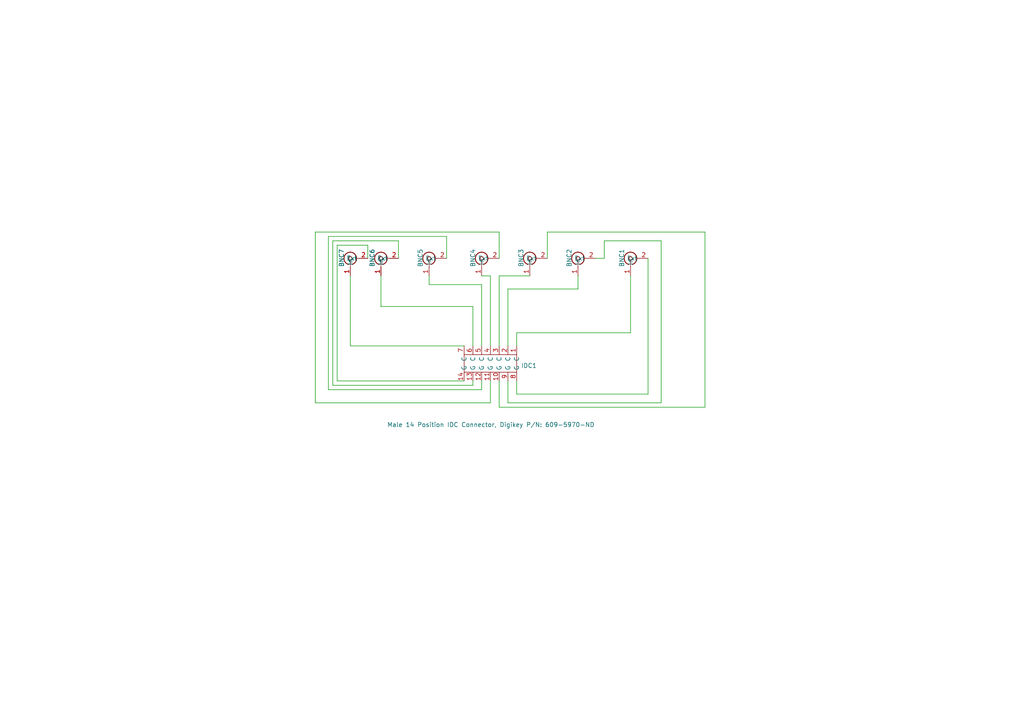
<source format=kicad_sch>
(kicad_sch (version 20250114) (generator "eeschema") (generator_version "9.0")
  (paper "A4")
  (lib_symbols
    (symbol "General_BNC_PCB_BOARD2_Schematic_Library:14_Position_Male_IDC"
      (property "Reference" "IDC" (at 6.35 -2.794 0))
      (property "Value" "Male 14 Position IDC Connector, Digikey P/N: 609-5970-ND" (at -1.524 -17.78 0))
      (symbol "14_Position_Male_IDC_0_1"
        (rectangle (start 0 0) (end 15.24 -5.08))
      )
      (symbol "14_Position_Male_IDC_1_1"
        (pin passive line (at 0 2.54 270) (length 2.54) (name "C") (number "1"))
        (pin passive line (at 0 -7.62 90) (length 2.54) (name "G") (number "8"))
        (pin passive line (at 2.54 2.54 270) (length 2.54) (name "C") (number "2"))
        (pin passive line (at 2.54 -7.62 90) (length 2.54) (name "G") (number "9"))
        (pin passive line (at 5.08 2.54 270) (length 2.54) (name "C") (number "3"))
        (pin passive line (at 5.08 -7.62 90) (length 2.54) (name "G") (number "10"))
        (pin passive line (at 7.62 2.54 270) (length 2.54) (name "C") (number "4"))
        (pin passive line (at 7.62 -7.62 90) (length 2.54) (name "G") (number "11"))
        (pin passive line (at 10.16 2.54 270) (length 2.54) (name "C") (number "5"))
        (pin passive line (at 10.16 -7.62 90) (length 2.54) (name "G") (number "12"))
        (pin passive line (at 12.7 2.54 270) (length 2.54) (name "C") (number "6"))
        (pin passive line (at 12.7 -7.62 90) (length 2.54) (name "G") (number "13"))
        (pin passive line (at 15.24 2.54 270) (length 2.54) (name "C") (number "7"))
        (pin passive line (at 15.24 -7.62 90) (length 2.54) (name "G") (number "14"))
      )
    )
    (symbol "General_BNC_PCB_BOARD2_Schematic_Library:Right_Angle_Single_Level_BNC"
      (property "Reference" "BNC" (at 0 0 0))
      (symbol "Right_Angle_Single_Level_BNC_0_1"
        (polyline (pts (xy 2.54 0) (xy 4.572 0)))
        (arc (start 3.302 0.508) (mid 5.302 1.8083) (end 6.858 0) (stroke (width 0.254)))
        (arc (start 6.858 0) (mid 5.302 -1.808) (end 3.302 -0.508) (stroke (width 0.254)))
        (circle (center 5.08 0) (radius 0.508) (stroke (width 0.2032)))
        (polyline (pts (xy 5.08 -2.54) (xy 5.08 -1.778)))
      )
      (symbol "Right_Angle_Single_Level_BNC_1_1"
        (pin passive line (at 0 0 0) (length 2.54) (name "In") (number "1"))
        (pin passive line (at 5.08 -5.08 90) (length 2.54) (name "Ext") (number "2"))
      )
    )
  )
  (wire (pts (xy 204.47 67.31) (xy 204.47 118.11)))
  (wire (pts (xy 124.46 80.01) (xy 124.46 82.55)))
  (wire (pts (xy 139.7 82.55) (xy 139.7 100.33)))
  (wire (pts (xy 175.26 74.93) (xy 175.26 69.85)))
  (wire (pts (xy 137.16 100.33) (xy 137.16 88.9)))
  (wire (pts (xy 147.32 110.49) (xy 147.32 116.84)))
  (wire (pts (xy 95.25 113.03) (xy 95.25 68.58)))
  (wire (pts (xy 191.77 69.85) (xy 191.77 116.84)))
  (wire (pts (xy 137.16 111.76) (xy 137.16 110.49)))
  (wire (pts (xy 149.86 110.49) (xy 149.86 114.3)))
  (wire (pts (xy 149.86 96.52) (xy 182.88 96.52)))
  (wire (pts (xy 96.52 111.76) (xy 137.16 111.76)))
  (wire (pts (xy 110.49 80.01) (xy 110.49 88.9)))
  (wire (pts (xy 153.67 80.01) (xy 144.78 80.01)))
  (wire (pts (xy 175.26 69.85) (xy 191.77 69.85)))
  (wire (pts (xy 124.46 82.55) (xy 139.7 82.55)))
  (wire (pts (xy 182.88 80.01) (xy 182.88 96.52)))
  (wire (pts (xy 167.64 80.01) (xy 167.64 83.82)))
  (wire (pts (xy 144.78 110.49) (xy 144.78 118.11)))
  (wire (pts (xy 191.77 116.84) (xy 147.32 116.84)))
  (wire (pts (xy 106.68 74.93) (xy 106.68 71.12)))
  (wire (pts (xy 187.96 114.3) (xy 149.86 114.3)))
  (wire (pts (xy 97.79 110.49) (xy 134.62 110.49)))
  (wire (pts (xy 142.24 110.49) (xy 142.24 116.84)))
  (wire (pts (xy 96.52 69.85) (xy 96.52 111.76)))
  (wire (pts (xy 149.86 96.52) (xy 149.86 100.33)))
  (wire (pts (xy 139.7 80.01) (xy 142.24 80.01)))
  (wire (pts (xy 144.78 67.31) (xy 91.44 67.31)))
  (wire (pts (xy 91.44 116.84) (xy 142.24 116.84)))
  (wire (pts (xy 147.32 83.82) (xy 147.32 100.33)))
  (wire (pts (xy 158.75 67.31) (xy 204.47 67.31)))
  (wire (pts (xy 115.57 74.93) (xy 115.57 69.85)))
  (wire (pts (xy 101.6 80.01) (xy 101.6 100.33)))
  (wire (pts (xy 144.78 80.01) (xy 144.78 100.33)))
  (wire (pts (xy 97.79 71.12) (xy 97.79 110.49)))
  (wire (pts (xy 95.25 68.58) (xy 129.54 68.58)))
  (wire (pts (xy 139.7 113.03) (xy 95.25 113.03)))
  (wire (pts (xy 101.6 100.33) (xy 134.62 100.33)))
  (wire (pts (xy 144.78 74.93) (xy 144.78 67.31)))
  (wire (pts (xy 106.68 71.12) (xy 97.79 71.12)))
  (wire (pts (xy 139.7 110.49) (xy 139.7 113.03)))
  (wire (pts (xy 137.16 88.9) (xy 110.49 88.9)))
  (wire (pts (xy 187.96 74.93) (xy 187.96 114.3)))
  (wire (pts (xy 144.78 118.11) (xy 204.47 118.11)))
  (wire (pts (xy 147.32 83.82) (xy 167.64 83.82)))
  (wire (pts (xy 172.72 74.93) (xy 175.26 74.93)))
  (wire (pts (xy 91.44 67.31) (xy 91.44 116.84)))
  (wire (pts (xy 158.75 74.93) (xy 158.75 67.31)))
  (wire (pts (xy 142.24 80.01) (xy 142.24 100.33)))
  (wire (pts (xy 115.57 69.85) (xy 96.52 69.85)))
  (wire (pts (xy 129.54 68.58) (xy 129.54 74.93)))
  (symbol (lib_id "General_BNC_PCB_BOARD2_Schematic_Library:Right_Angle_Single_Level_BNC") (at 167.64 80.01 90) (unit 1)
    (property "Reference" "BNC2" (at 165.1 77.47 0) (effects (justify left)))
    (property "Value" "Coaxial Connectors RA, Digikey P/N: WM5514-ND" (effects (hide yes)))
    (property "Footprint" "All_Footprints:BNC new" (effects (hide yes)))
    (property "Datasheet" "https://tools.molex.com/pdm_docs/sd/731375003_sd.pdf" (effects (hide yes)))
  )
  (symbol (lib_id "General_BNC_PCB_BOARD2_Schematic_Library:Right_Angle_Single_Level_BNC") (at 101.6 80.01 90) (unit 1)
    (property "Reference" "BNC7" (at 99.06 77.47 0) (effects (justify left)))
    (property "Value" "Coaxial Connectors RA, Digikey P/N: WM5514-ND" (effects (hide yes)))
    (property "Footprint" "All_Footprints:BNC new" (effects (hide yes)))
    (property "Datasheet" "https://tools.molex.com/pdm_docs/sd/731375003_sd.pdf" (effects (hide yes)))
  )
  (symbol (lib_id "General_BNC_PCB_BOARD2_Schematic_Library:Right_Angle_Single_Level_BNC") (at 124.46 80.01 90) (unit 1)
    (property "Reference" "BNC5" (at 121.92 77.47 0) (effects (justify left)))
    (property "Value" "Coaxial Connectors RA, Digikey P/N: WM5514-ND" (effects (hide yes)))
    (property "Footprint" "All_Footprints:BNC new" (effects (hide yes)))
    (property "Datasheet" "https://tools.molex.com/pdm_docs/sd/731375003_sd.pdf" (effects (hide yes)))
  )
  (symbol (lib_id "General_BNC_PCB_BOARD2_Schematic_Library:Right_Angle_Single_Level_BNC") (at 139.7 80.01 90) (unit 1)
    (property "Reference" "BNC4" (at 137.16 77.47 0) (effects (justify left)))
    (property "Value" "Coaxial Connectors RA, Digikey P/N: WM5514-ND" (effects (hide yes)))
    (property "Footprint" "All_Footprints:BNC new" (effects (hide yes)))
    (property "Datasheet" "https://tools.molex.com/pdm_docs/sd/731375003_sd.pdf" (effects (hide yes)))
  )
  (symbol (lib_id "General_BNC_PCB_BOARD2_Schematic_Library:Right_Angle_Single_Level_BNC") (at 153.67 80.01 90) (unit 1)
    (property "Reference" "BNC3" (at 151.13 77.47 0) (effects (justify left)))
    (property "Value" "Coaxial Connectors RA, Digikey P/N: WM5514-ND" (effects (hide yes)))
    (property "Footprint" "All_Footprints:BNC new" (effects (hide yes)))
    (property "Datasheet" "https://tools.molex.com/pdm_docs/sd/731375003_sd.pdf" (effects (hide yes)))
  )
  (symbol (lib_id "General_BNC_PCB_BOARD2_Schematic_Library:Right_Angle_Single_Level_BNC") (at 182.88 80.01 90) (unit 1)
    (property "Reference" "BNC1" (at 180.34 77.47 0) (effects (justify left)))
    (property "Value" "Coaxial Connectors RA, Digikey P/N: WM5514-ND" (effects (hide yes)))
    (property "Footprint" "All_Footprints:BNC new" (effects (hide yes)))
    (property "Datasheet" "https://tools.molex.com/pdm_docs/sd/731375003_sd.pdf" (effects (hide yes)))
  )
  (symbol (lib_id "General_BNC_PCB_BOARD2_Schematic_Library:14_Position_Male_IDC") (at 149.86 102.87 0) (mirror y) (unit 1)
    (property "Reference" "IDC1" (at 151.13 106.045 0) (effects (justify right)))
    (property "Value" "Male 14 Position IDC Connector, Digikey P/N: 609-5970-ND" (at 112.268 123.19 0) (effects (justify right)))
    (property "Footprint" "All_Footprints:Male IDC Connector" (effects (hide yes)))
    (property "Datasheet" "https://cdn.amphenol-cs.com/media/wysiwyg/files/drawing/71922.pdf" (effects (hide yes)))
  )
  (symbol (lib_id "General_BNC_PCB_BOARD2_Schematic_Library:Right_Angle_Single_Level_BNC") (at 110.49 80.01 90) (unit 1)
    (property "Reference" "BNC6" (at 107.95 77.47 0) (effects (justify left)))
    (property "Value" "Coaxial Connectors RA, Digikey P/N: WM5514-ND" (effects (hide yes)))
    (property "Footprint" "All_Footprints:BNC new" (effects (hide yes)))
    (property "Datasheet" "https://tools.molex.com/pdm_docs/sd/731375003_sd.pdf" (effects (hide yes)))
  )
)
</source>
